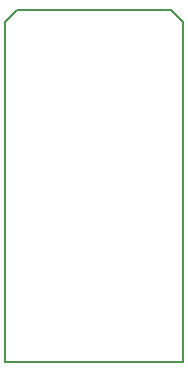
<source format=gbr>
%FSLAX34Y34*%
%MOMM*%
%LNOUTLINE*%
G71*
G01*
%ADD10C, 0.150*%
%LPD*%
G54D10*
X19000Y-24000D02*
X29000Y-14000D01*
X159000Y-14000D01*
X169000Y-24000D01*
X169000Y-312500D01*
X19000Y-312500D01*
X19000Y-24000D01*
M02*

</source>
